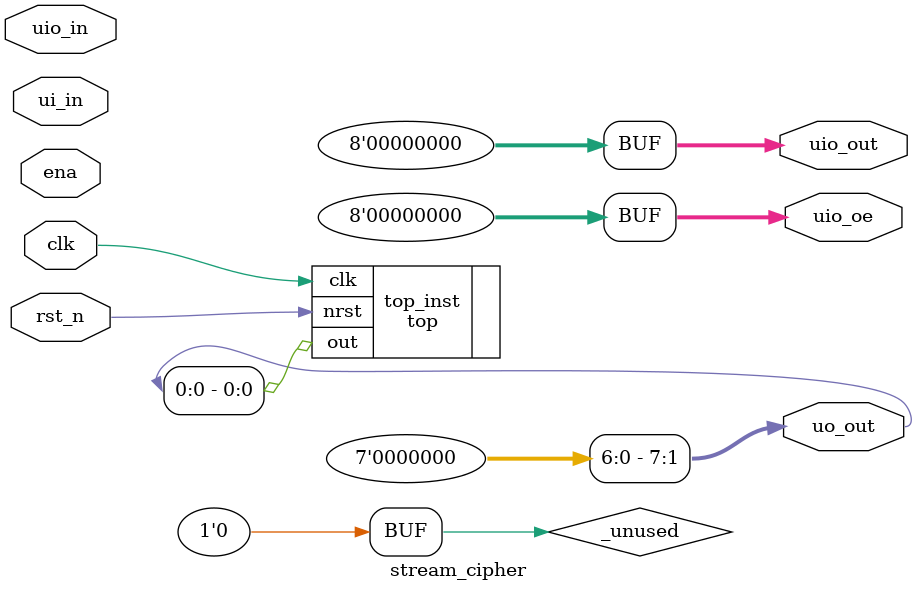
<source format=v>
`default_nettype none

module stream_cipher (
`ifdef USE_POWER_PINS
    inout VPWR,
    inout VGND,
`endif
    input  wire [7:0] ui_in,    // Dedicated inputs
    output wire [7:0] uo_out,   // Dedicated outputs
    input  wire [7:0] uio_in,   // IOs: Input path
    output wire [7:0] uio_out,  // IOs: Output path
    output wire [7:0] uio_oe,   // IOs: Enable path (active high: 0=input, 1=output)
    input  wire       ena,      // always 1 when the design is powered, so you can ignore it
    input  wire       clk,      // clock
    input  wire       rst_n     // reset_n - low to reset
);

  // All output pins must be assigned. If not used, assign to 0.
  assign uo_out[7:1] = '0;
  assign uio_out = '0;
  assign uio_oe  = '0;

  top #() top_inst(.clk(clk), .nrst(rst_n), .out(uo_out[0]));

  // List all unused inputs to prevent warnings
  wire _unused = &{ena, clk, rst_n, 1'b0};

endmodule
</source>
